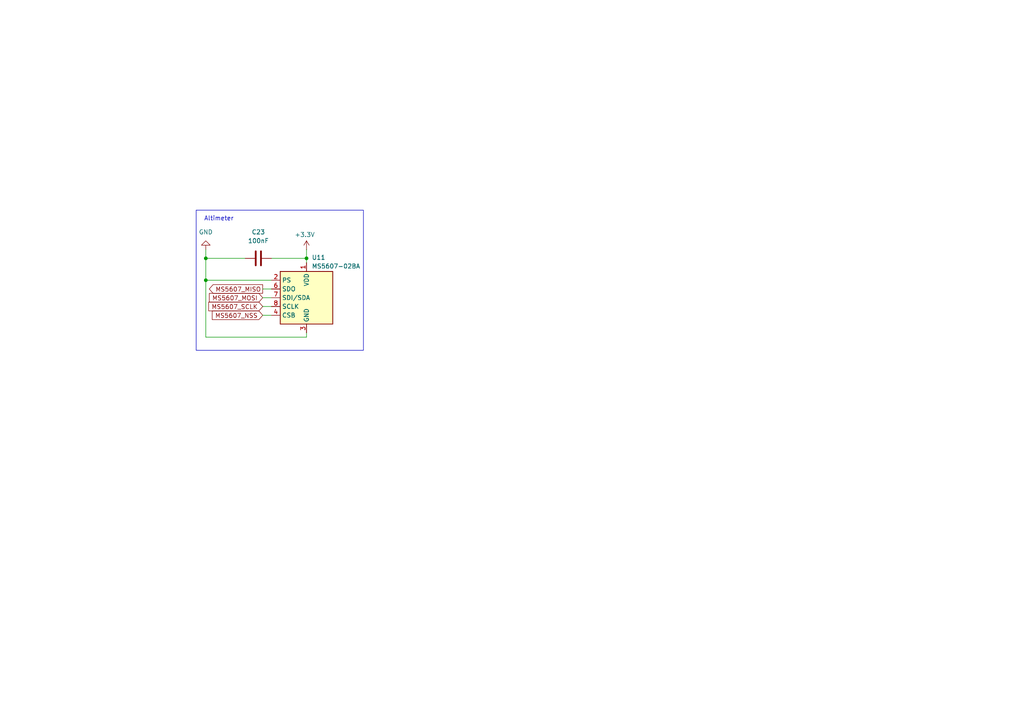
<source format=kicad_sch>
(kicad_sch (version 20250114) (generator "eeschema") (generator_version "9.0")
  (paper "A4")
  (lib_symbols
    (symbol "Device:C" (pin_numbers (hide yes)) (pin_names (offset 0.254))
      (property "Reference" "C" (at 0.635 2.54 0))
      (property "Value" "C" (at 0.635 -2.54 0))
      (symbol "C_0_1"
        (polyline (pts (xy -2.032 0.762) (xy 2.032 0.762)) (stroke (width 0.508)))
        (polyline (pts (xy -2.032 -0.762) (xy 2.032 -0.762)) (stroke (width 0.508)))
      )
      (symbol "C_1_1"
        (pin passive line (at 0 3.81 270) (length 2.794) (name "~") (number "1"))
        (pin passive line (at 0 -3.81 90) (length 2.794) (name "~") (number "2"))
      )
    )
    (symbol "Sensor_Pressure:MS5607-02BA"
      (property "Reference" "U" (at -6.35 8.89 0))
      (property "Value" "MS5607-02BA" (at 7.62 8.89 0))
      (symbol "MS5607-02BA_0_1"
        (rectangle (start -7.62 7.62) (end 7.62 -7.62) (stroke (width 0.254)) (fill (type background)))
      )
      (symbol "MS5607-02BA_1_1"
        (pin input line (at -10.16 5.08 0) (length 2.54) (name "PS") (number "2"))
        (pin output line (at -10.16 2.54 0) (length 2.54) (name "SDO") (number "6"))
        (pin bidirectional line (at -10.16 0 0) (length 2.54) (name "SDI/SDA") (number "7"))
        (pin input line (at -10.16 -2.54 0) (length 2.54) (name "SCLK") (number "8"))
        (pin input line (at -10.16 -5.08 0) (length 2.54) (name "CSB") (number "4"))
        (pin input line (at -10.16 -5.08 0) (length 2.54) (hide yes) (name "CSB") (number "5"))
        (pin power_in line (at 0 10.16 270) (length 2.54) (name "VDD") (number "1"))
        (pin power_in line (at 0 -10.16 90) (length 2.54) (name "GND") (number "3"))
      )
    )
    (symbol "power:+3.3V" (power) (pin_numbers (hide yes)) (pin_names (offset 0) (hide yes))
      (property "Value" "+3.3V" (at 0 3.556 0))
      (symbol "+3.3V_0_1"
        (polyline (pts (xy -0.762 1.27) (xy 0 2.54)))
        (polyline (pts (xy 0 2.54) (xy 0.762 1.27)))
        (polyline (pts (xy 0 0) (xy 0 2.54)))
      )
      (symbol "+3.3V_1_1"
        (pin power_in line (at 0 0 90) (length 0) (name "~") (number "1"))
      )
    )
    (symbol "power:GND" (power) (pin_numbers (hide yes)) (pin_names (offset 0) (hide yes))
      (property "Value" "GND" (at 0 -3.81 0))
      (symbol "GND_0_1"
        (polyline (pts (xy 0 0) (xy 0 -1.27) (xy 1.27 -1.27) (xy 0 -2.54) (xy -1.27 -1.27) (xy 0 -1.27)))
      )
      (symbol "GND_1_1"
        (pin power_in line (at 0 0 270) (length 0) (name "~") (number "1"))
      )
    )
  )
  (rectangle (start 56.896 60.96) (end 105.41 101.6))
  (text "Altimeter" (at 63.5 63.5 0) (effects (font (size 1.27 1.27))))
  (junction (at 59.69 81.28))
  (junction (at 88.9 74.93))
  (junction (at 59.69 74.93))
  (wire (pts (xy 88.9 74.93) (xy 88.9 76.2)))
  (wire (pts (xy 88.9 96.52) (xy 88.9 97.79)))
  (wire (pts (xy 59.69 74.93) (xy 59.69 72.39)))
  (wire (pts (xy 59.69 97.79) (xy 88.9 97.79)))
  (wire (pts (xy 59.69 97.79) (xy 59.69 81.28)))
  (wire (pts (xy 59.69 74.93) (xy 71.12 74.93)))
  (wire (pts (xy 76.2 88.9) (xy 78.74 88.9)))
  (wire (pts (xy 59.69 81.28) (xy 59.69 74.93)))
  (wire (pts (xy 76.2 83.82) (xy 78.74 83.82)))
  (wire (pts (xy 76.2 91.44) (xy 78.74 91.44)))
  (wire (pts (xy 76.2 86.36) (xy 78.74 86.36)))
  (wire (pts (xy 78.74 74.93) (xy 88.9 74.93)))
  (wire (pts (xy 78.74 81.28) (xy 59.69 81.28)))
  (wire (pts (xy 88.9 72.39) (xy 88.9 74.93)))
  (global_label "MS5607_MISO" (shape output) (at 76.2 83.82 180) (property "Intersheetrefs" "${INTERSHEET_REFS}" (effects (hide yes))))
  (global_label "MS5607_MOSI" (shape input) (at 76.2 86.36 180) (property "Intersheetrefs" "${INTERSHEET_REFS}" (effects (hide yes))))
  (global_label "MS5607_SCLK" (shape input) (at 76.2 88.9 180) (property "Intersheetrefs" "${INTERSHEET_REFS}" (effects (hide yes))))
  (global_label "MS5607_NSS" (shape input) (at 76.2 91.44 180) (property "Intersheetrefs" "${INTERSHEET_REFS}" (effects (hide yes))))
  (symbol (lib_id "Sensor_Pressure:MS5607-02BA") (at 88.9 86.36 0) (unit 1)
    (property "Reference" "U11" (at 90.424 74.676 0) (effects (justify left)))
    (property "Value" "MS5607-02BA" (at 90.424 77.216 0) (effects (justify left)))
    (property "Footprint" "Package_LGA:LGA-8_3x5mm_P1.25mm" (effects (hide yes)))
    (property "Datasheet" "https://www.te.com/commerce/DocumentDelivery/DDEController?Action=showdoc&DocId=Data+Sheet%7FMS5607-02BA03%7FB2%7Fpdf%7FEnglish%7FENG_DS_MS5607-02BA03_B2.pdf%7FCAT-BLPS0035" (effects (hide yes)))
    (property "Description" "Barometric pressure sensor, 20cm resolution, 10 to 1200 mbar, I2C and SPI interface up to 20MHz, LGA-8" (effects (hide yes)))
  )
  (symbol (lib_id "power:+3.3V") (at 88.9 72.39 0) (unit 1)
    (property "Reference" "#PWR034" (effects (hide yes)))
    (property "Value" "+3.3V" (at 88.392 68.072 0))
    (property "Description" "Power symbol creates a global label with name \"+3.3V\"" (effects (hide yes)))
  )
  (symbol (lib_id "Device:C") (at 74.93 74.93 90) (unit 1)
    (property "Reference" "C23" (at 74.93 67.31 90))
    (property "Value" "100nF" (at 74.93 69.85 90))
    (property "Footprint" "Capacitor_SMD:C_0402_1005Metric" (effects (hide yes)))
    (property "Description" "Unpolarized capacitor" (effects (hide yes)))
  )
  (symbol (lib_id "power:GND") (at 59.69 72.39 180) (unit 1)
    (property "Reference" "#PWR033" (effects (hide yes)))
    (property "Value" "GND" (at 59.69 67.31 0))
    (property "Description" "Power symbol creates a global label with name \"GND\" , ground" (effects (hide yes)))
  )
)
</source>
